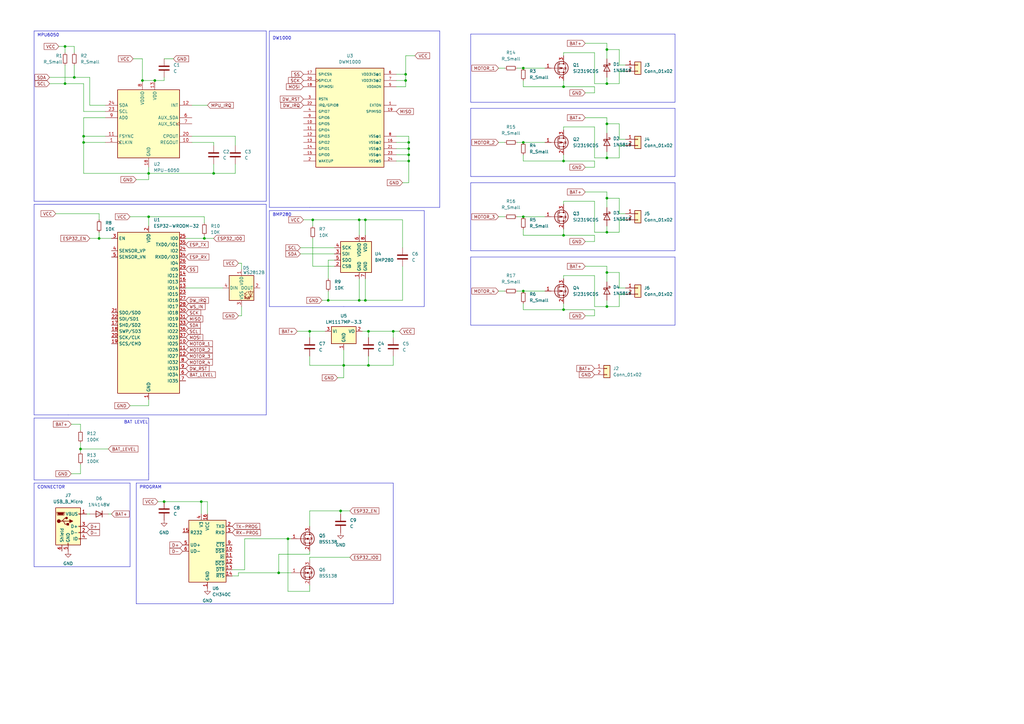
<source format=kicad_sch>
(kicad_sch (version 20231120) (generator "eeschema") (generator_version "8.0")
  (paper "A3")
  (junction (at 167.64 60.96))
  (junction (at 166.37 33.02))
  (junction (at 214.63 58.42))
  (junction (at 118.11 220.98))
  (junction (at 248.92 81.28))
  (junction (at 231.14 66.04))
  (junction (at 63.5 33.02))
  (junction (at 248.92 125.73))
  (junction (at 30.48 31.75))
  (junction (at 34.29 55.88))
  (junction (at 33.02 184.15))
  (junction (at 231.14 127))
  (junction (at 58.42 33.02))
  (junction (at 128.27 90.17))
  (junction (at 167.64 63.5))
  (junction (at 67.31 205.74))
  (junction (at 134.62 123.19))
  (junction (at 214.63 27.94))
  (junction (at 248.92 111.76))
  (junction (at 139.7 209.55))
  (junction (at 167.64 66.04))
  (junction (at 161.29 135.89))
  (junction (at 140.97 149.86))
  (junction (at 248.92 50.8))
  (junction (at 214.63 88.9))
  (junction (at 82.55 205.74))
  (junction (at 147.32 90.17))
  (junction (at 26.67 34.29))
  (junction (at 248.92 34.29))
  (junction (at 149.86 90.17))
  (junction (at 87.63 71.12))
  (junction (at 231.14 35.56))
  (junction (at 248.92 64.77))
  (junction (at 231.14 96.52))
  (junction (at 147.32 123.19))
  (junction (at 149.86 123.19))
  (junction (at 248.92 95.25))
  (junction (at 114.3 234.95))
  (junction (at 83.82 97.79))
  (junction (at 127 135.89))
  (junction (at 166.37 30.48))
  (junction (at 151.13 135.89))
  (junction (at 151.13 149.86))
  (junction (at 60.96 71.12))
  (junction (at 34.29 58.42))
  (junction (at 60.96 88.9))
  (junction (at 26.67 19.05))
  (junction (at 248.92 20.32))
  (junction (at 167.64 58.42))
  (junction (at 214.63 119.38))
  (junction (at 40.64 97.79))
  (wire (pts (xy 256.54 26.67) (xy 254 26.67)))
  (wire (pts (xy 67.31 205.74) (xy 82.55 205.74)))
  (wire (pts (xy 212.09 27.94) (xy 214.63 27.94)))
  (wire (pts (xy 248.92 24.13) (xy 248.92 20.32)))
  (wire (pts (xy 165.1 90.17) (xy 149.86 90.17)))
  (wire (pts (xy 149.86 123.19) (xy 147.32 123.19)))
  (wire (pts (xy 134.62 106.68) (xy 134.62 114.3)))
  (wire (pts (xy 231.14 35.56) (xy 243.84 35.56)))
  (wire (pts (xy 243.84 21.59) (xy 243.84 34.29)))
  (wire (pts (xy 162.56 58.42) (xy 167.64 58.42)))
  (wire (pts (xy 85.09 210.82) (xy 85.09 205.74)))
  (wire (pts (xy 33.02 184.15) (xy 44.45 184.15)))
  (wire (pts (xy 254 29.21) (xy 254 34.29)))
  (wire (pts (xy 34.29 58.42) (xy 43.18 58.42)))
  (wire (pts (xy 214.63 66.04) (xy 231.14 66.04)))
  (polyline (pts (xy 173.99 125.73) (xy 173.99 86.36)))
  (wire (pts (xy 134.62 123.19) (xy 147.32 123.19)))
  (wire (pts (xy 26.67 19.05) (xy 24.13 19.05)))
  (wire (pts (xy 97.79 107.95) (xy 99.06 107.95)))
  (polyline (pts (xy 53.34 232.41) (xy 53.34 198.12)))
  (polyline (pts (xy 193.04 13.97) (xy 193.04 41.91)))
  (polyline (pts (xy 276.86 41.91) (xy 276.86 13.97)))
  (wire (pts (xy 128.27 90.17) (xy 128.27 92.71)))
  (wire (pts (xy 127 146.05) (xy 127 149.86)))
  (wire (pts (xy 40.64 90.17) (xy 40.64 87.63)))
  (polyline (pts (xy 27.94 170.18) (xy 109.22 170.18)))
  (wire (pts (xy 240.03 99.06) (xy 243.84 99.06)))
  (wire (pts (xy 248.92 125.73) (xy 254 125.73)))
  (wire (pts (xy 162.56 66.04) (xy 167.64 66.04)))
  (wire (pts (xy 63.5 33.02) (xy 67.31 33.02)))
  (wire (pts (xy 26.67 21.59) (xy 26.67 19.05)))
  (wire (pts (xy 138.43 154.94) (xy 140.97 154.94)))
  (wire (pts (xy 204.47 27.94) (xy 207.01 27.94)))
  (wire (pts (xy 166.37 22.86) (xy 170.18 22.86)))
  (wire (pts (xy 162.56 33.02) (xy 166.37 33.02)))
  (wire (pts (xy 248.92 85.09) (xy 248.92 81.28)))
  (wire (pts (xy 139.7 209.55) (xy 143.51 209.55)))
  (polyline (pts (xy 140.97 125.73) (xy 173.99 125.73)))
  (wire (pts (xy 248.92 50.8) (xy 254 50.8)))
  (wire (pts (xy 67.31 24.13) (xy 71.12 24.13)))
  (wire (pts (xy 162.56 30.48) (xy 166.37 30.48)))
  (wire (pts (xy 248.92 115.57) (xy 248.92 111.76)))
  (wire (pts (xy 151.13 146.05) (xy 151.13 149.86)))
  (polyline (pts (xy 276.86 44.45) (xy 193.04 44.45)))
  (wire (pts (xy 248.92 31.75) (xy 248.92 34.29)))
  (polyline (pts (xy 193.04 105.41) (xy 193.04 133.35)))
  (wire (pts (xy 165.1 123.19) (xy 149.86 123.19)))
  (wire (pts (xy 96.52 55.88) (xy 96.52 59.69)))
  (wire (pts (xy 231.14 93.98) (xy 231.14 96.52)))
  (wire (pts (xy 36.83 43.18) (xy 36.83 31.75)))
  (wire (pts (xy 248.92 111.76) (xy 248.92 109.22)))
  (wire (pts (xy 60.96 88.9) (xy 83.82 88.9)))
  (wire (pts (xy 140.97 149.86) (xy 151.13 149.86)))
  (wire (pts (xy 165.1 109.22) (xy 165.1 123.19)))
  (polyline (pts (xy 276.86 13.97) (xy 193.04 13.97)))
  (wire (pts (xy 132.08 123.19) (xy 134.62 123.19)))
  (polyline (pts (xy 276.86 72.39) (xy 276.86 44.45)))
  (wire (pts (xy 147.32 90.17) (xy 149.86 90.17)))
  (wire (pts (xy 248.92 81.28) (xy 248.92 78.74)))
  (wire (pts (xy 96.52 67.31) (xy 96.52 71.12)))
  (wire (pts (xy 134.62 119.38) (xy 134.62 123.19)))
  (wire (pts (xy 254 59.69) (xy 254 64.77)))
  (wire (pts (xy 248.92 64.77) (xy 254 64.77)))
  (wire (pts (xy 166.37 35.56) (xy 166.37 33.02)))
  (wire (pts (xy 248.92 95.25) (xy 254 95.25)))
  (wire (pts (xy 212.09 119.38) (xy 214.63 119.38)))
  (wire (pts (xy 254 26.67) (xy 254 20.32)))
  (wire (pts (xy 231.14 127) (xy 243.84 127)))
  (wire (pts (xy 83.82 97.79) (xy 87.63 97.79)))
  (wire (pts (xy 127 215.9) (xy 127 209.55)))
  (wire (pts (xy 97.79 234.95) (xy 114.3 234.95)))
  (polyline (pts (xy 60.96 171.45) (xy 13.97 171.45)))
  (wire (pts (xy 204.47 88.9) (xy 207.01 88.9)))
  (polyline (pts (xy 193.04 133.35) (xy 276.86 133.35)))
  (wire (pts (xy 34.29 45.72) (xy 34.29 34.29)))
  (wire (pts (xy 78.74 55.88) (xy 96.52 55.88)))
  (wire (pts (xy 54.61 24.13) (xy 58.42 24.13)))
  (polyline (pts (xy 13.97 196.85) (xy 60.96 196.85)))
  (wire (pts (xy 149.86 96.52) (xy 149.86 90.17)))
  (wire (pts (xy 118.11 220.98) (xy 119.38 220.98)))
  (wire (pts (xy 60.96 92.71) (xy 60.96 88.9)))
  (wire (pts (xy 119.38 234.95) (xy 114.3 234.95)))
  (wire (pts (xy 214.63 88.9) (xy 223.52 88.9)))
  (wire (pts (xy 58.42 33.02) (xy 63.5 33.02)))
  (wire (pts (xy 214.63 127) (xy 231.14 127)))
  (wire (pts (xy 162.56 63.5) (xy 167.64 63.5)))
  (wire (pts (xy 243.84 52.07) (xy 243.84 64.77)))
  (wire (pts (xy 99.06 110.49) (xy 99.06 107.95)))
  (wire (pts (xy 256.54 29.21) (xy 254 29.21)))
  (wire (pts (xy 214.63 96.52) (xy 231.14 96.52)))
  (wire (pts (xy 151.13 135.89) (xy 148.59 135.89)))
  (polyline (pts (xy 276.86 133.35) (xy 276.86 105.41)))
  (wire (pts (xy 67.31 33.02) (xy 67.31 31.75)))
  (wire (pts (xy 204.47 58.42) (xy 207.01 58.42)))
  (wire (pts (xy 231.14 22.86) (xy 231.14 21.59)))
  (wire (pts (xy 20.32 31.75) (xy 30.48 31.75)))
  (wire (pts (xy 82.55 210.82) (xy 82.55 205.74)))
  (polyline (pts (xy 55.88 198.12) (xy 55.88 247.65)))
  (polyline (pts (xy 55.88 247.65) (xy 161.29 247.65)))
  (wire (pts (xy 248.92 50.8) (xy 248.92 48.26)))
  (wire (pts (xy 85.09 205.74) (xy 82.55 205.74)))
  (wire (pts (xy 137.16 109.22) (xy 128.27 109.22)))
  (wire (pts (xy 248.92 92.71) (xy 248.92 95.25)))
  (polyline (pts (xy 109.22 83.82) (xy 13.97 83.82)))
  (wire (pts (xy 34.29 55.88) (xy 34.29 58.42)))
  (wire (pts (xy 167.64 66.04) (xy 167.64 74.93)))
  (polyline (pts (xy 193.04 44.45) (xy 193.04 72.39)))
  (wire (pts (xy 248.92 111.76) (xy 254 111.76)))
  (wire (pts (xy 231.14 96.52) (xy 243.84 96.52)))
  (polyline (pts (xy 110.49 125.73) (xy 140.97 125.73)))
  (wire (pts (xy 231.14 113.03) (xy 243.84 113.03)))
  (wire (pts (xy 53.34 166.37) (xy 60.96 166.37)))
  (polyline (pts (xy 20.32 82.55) (xy 109.22 82.55)))
  (polyline (pts (xy 161.29 247.65) (xy 161.29 198.12)))
  (wire (pts (xy 248.92 123.19) (xy 248.92 125.73)))
  (wire (pts (xy 243.84 66.04) (xy 243.84 68.58)))
  (wire (pts (xy 43.18 43.18) (xy 36.83 43.18)))
  (wire (pts (xy 256.54 120.65) (xy 254 120.65)))
  (wire (pts (xy 33.02 184.15) (xy 33.02 185.42)))
  (wire (pts (xy 30.48 19.05) (xy 26.67 19.05)))
  (wire (pts (xy 254 57.15) (xy 254 50.8)))
  (wire (pts (xy 243.84 125.73) (xy 248.92 125.73)))
  (wire (pts (xy 87.63 67.31) (xy 87.63 71.12)))
  (wire (pts (xy 162.56 60.96) (xy 167.64 60.96)))
  (polyline (pts (xy 13.97 170.18) (xy 27.94 170.18)))
  (wire (pts (xy 254 118.11) (xy 254 111.76)))
  (wire (pts (xy 64.77 205.74) (xy 67.31 205.74)))
  (polyline (pts (xy 173.99 86.36) (xy 110.49 86.36)))
  (wire (pts (xy 254 120.65) (xy 254 125.73)))
  (wire (pts (xy 240.03 68.58) (xy 243.84 68.58)))
  (wire (pts (xy 139.7 209.55) (xy 139.7 210.82)))
  (wire (pts (xy 83.82 96.52) (xy 83.82 97.79)))
  (wire (pts (xy 127 149.86) (xy 140.97 149.86)))
  (wire (pts (xy 167.64 63.5) (xy 167.64 66.04)))
  (wire (pts (xy 26.67 34.29) (xy 34.29 34.29)))
  (polyline (pts (xy 13.97 232.41) (xy 53.34 232.41)))
  (wire (pts (xy 137.16 106.68) (xy 134.62 106.68)))
  (wire (pts (xy 30.48 21.59) (xy 30.48 19.05)))
  (wire (pts (xy 243.84 64.77) (xy 248.92 64.77)))
  (wire (pts (xy 204.47 119.38) (xy 207.01 119.38)))
  (wire (pts (xy 243.84 82.55) (xy 243.84 95.25)))
  (wire (pts (xy 231.14 33.02) (xy 231.14 35.56)))
  (wire (pts (xy 127 242.57) (xy 118.11 242.57)))
  (polyline (pts (xy 193.04 102.87) (xy 276.86 102.87)))
  (polyline (pts (xy 109.22 170.18) (xy 109.22 83.82)))
  (wire (pts (xy 248.92 54.61) (xy 248.92 50.8)))
  (wire (pts (xy 149.86 114.3) (xy 149.86 123.19)))
  (wire (pts (xy 43.18 45.72) (xy 34.29 45.72)))
  (wire (pts (xy 151.13 138.43) (xy 151.13 135.89)))
  (wire (pts (xy 43.18 48.26) (xy 34.29 48.26)))
  (wire (pts (xy 53.34 88.9) (xy 60.96 88.9)))
  (wire (pts (xy 254 87.63) (xy 254 81.28)))
  (wire (pts (xy 87.63 71.12) (xy 60.96 71.12)))
  (polyline (pts (xy 180.34 12.7) (xy 110.49 12.7)))
  (polyline (pts (xy 110.49 85.09) (xy 127 85.09)))
  (polyline (pts (xy 13.97 12.7) (xy 13.97 82.55)))
  (wire (pts (xy 76.2 97.79) (xy 83.82 97.79)))
  (wire (pts (xy 29.21 194.31) (xy 33.02 194.31)))
  (wire (pts (xy 231.14 83.82) (xy 231.14 82.55)))
  (wire (pts (xy 121.92 135.89) (xy 127 135.89)))
  (wire (pts (xy 128.27 109.22) (xy 128.27 97.79)))
  (wire (pts (xy 33.02 176.53) (xy 33.02 173.99)))
  (wire (pts (xy 256.54 87.63) (xy 254 87.63)))
  (wire (pts (xy 162.56 35.56) (xy 166.37 35.56)))
  (polyline (pts (xy 193.04 74.93) (xy 193.04 102.87)))
  (wire (pts (xy 34.29 48.26) (xy 34.29 55.88)))
  (wire (pts (xy 231.14 114.3) (xy 231.14 113.03)))
  (wire (pts (xy 40.64 97.79) (xy 45.72 97.79)))
  (wire (pts (xy 248.92 109.22) (xy 240.03 109.22)))
  (wire (pts (xy 55.88 73.66) (xy 60.96 73.66)))
  (polyline (pts (xy 109.22 82.55) (xy 109.22 12.7)))
  (wire (pts (xy 118.11 242.57) (xy 118.11 220.98)))
  (polyline (pts (xy 109.22 12.7) (xy 13.97 12.7)))
  (wire (pts (xy 167.64 60.96) (xy 167.64 63.5)))
  (wire (pts (xy 128.27 90.17) (xy 147.32 90.17)))
  (wire (pts (xy 76.2 118.11) (xy 91.44 118.11)))
  (wire (pts (xy 214.63 33.02) (xy 214.63 35.56)))
  (wire (pts (xy 214.63 124.46) (xy 214.63 127)))
  (wire (pts (xy 34.29 55.88) (xy 43.18 55.88)))
  (wire (pts (xy 20.32 34.29) (xy 26.67 34.29)))
  (wire (pts (xy 114.3 227.33) (xy 114.3 234.95)))
  (wire (pts (xy 96.52 71.12) (xy 87.63 71.12)))
  (wire (pts (xy 243.84 113.03) (xy 243.84 125.73)))
  (polyline (pts (xy 193.04 41.91) (xy 276.86 41.91)))
  (wire (pts (xy 214.63 35.56) (xy 231.14 35.56)))
  (wire (pts (xy 95.25 233.68) (xy 100.33 233.68)))
  (polyline (pts (xy 60.96 194.31) (xy 60.96 196.85)))
  (polyline (pts (xy 13.97 171.45) (xy 13.97 196.85)))
  (polyline (pts (xy 276.86 105.41) (xy 193.04 105.41)))
  (wire (pts (xy 231.14 21.59) (xy 243.84 21.59)))
  (wire (pts (xy 248.92 20.32) (xy 248.92 17.78)))
  (wire (pts (xy 78.74 43.18) (xy 85.09 43.18)))
  (wire (pts (xy 166.37 33.02) (xy 166.37 30.48)))
  (wire (pts (xy 35.56 210.82) (xy 36.83 210.82)))
  (wire (pts (xy 165.1 101.6) (xy 165.1 90.17)))
  (wire (pts (xy 248.92 34.29) (xy 254 34.29)))
  (wire (pts (xy 33.02 190.5) (xy 33.02 194.31)))
  (wire (pts (xy 97.79 236.22) (xy 97.79 234.95)))
  (wire (pts (xy 127 228.6) (xy 143.51 228.6)))
  (polyline (pts (xy 193.04 72.39) (xy 276.86 72.39)))
  (wire (pts (xy 44.45 210.82) (xy 45.72 210.82)))
  (wire (pts (xy 214.63 93.98) (xy 214.63 96.52)))
  (wire (pts (xy 147.32 114.3) (xy 147.32 123.19)))
  (wire (pts (xy 60.96 71.12) (xy 60.96 73.66)))
  (polyline (pts (xy 110.49 86.36) (xy 110.49 125.73)))
  (wire (pts (xy 243.84 127) (xy 243.84 129.54)))
  (wire (pts (xy 34.29 71.12) (xy 60.96 71.12)))
  (polyline (pts (xy 13.97 83.82) (xy 13.97 170.18)))
  (wire (pts (xy 151.13 149.86) (xy 161.29 149.86)))
  (wire (pts (xy 248.92 78.74) (xy 240.03 78.74)))
  (polyline (pts (xy 180.34 85.09) (xy 180.34 12.7)))
  (wire (pts (xy 256.54 118.11) (xy 254 118.11)))
  (wire (pts (xy 166.37 30.48) (xy 166.37 22.86)))
  (wire (pts (xy 60.96 68.58) (xy 60.96 71.12)))
  (wire (pts (xy 248.92 17.78) (xy 240.03 17.78)))
  (wire (pts (xy 214.63 63.5) (xy 214.63 66.04)))
  (wire (pts (xy 161.29 149.86) (xy 161.29 146.05)))
  (wire (pts (xy 123.19 104.14) (xy 137.16 104.14)))
  (wire (pts (xy 36.83 97.79) (xy 40.64 97.79)))
  (polyline (pts (xy 276.86 102.87) (xy 276.86 74.93)))
  (wire (pts (xy 95.25 236.22) (xy 97.79 236.22)))
  (wire (pts (xy 127 227.33) (xy 114.3 227.33)))
  (wire (pts (xy 167.64 58.42) (xy 167.64 60.96)))
  (wire (pts (xy 231.14 53.34) (xy 231.14 52.07)))
  (polyline (pts (xy 276.86 74.93) (xy 193.04 74.93)))
  (wire (pts (xy 22.86 87.63) (xy 40.64 87.63)))
  (wire (pts (xy 165.1 74.93) (xy 167.64 74.93)))
  (wire (pts (xy 162.56 55.88) (xy 167.64 55.88)))
  (wire (pts (xy 240.03 38.1) (xy 243.84 38.1)))
  (wire (pts (xy 243.84 95.25) (xy 248.92 95.25)))
  (wire (pts (xy 100.33 220.98) (xy 100.33 233.68)))
  (wire (pts (xy 30.48 26.67) (xy 30.48 31.75)))
  (wire (pts (xy 231.14 66.04) (xy 243.84 66.04)))
  (wire (pts (xy 167.64 55.88) (xy 167.64 58.42)))
  (wire (pts (xy 58.42 33.02) (xy 58.42 24.13)))
  (wire (pts (xy 127 135.89) (xy 133.35 135.89)))
  (wire (pts (xy 248.92 62.23) (xy 248.92 64.77)))
  (wire (pts (xy 26.67 26.67) (xy 26.67 34.29)))
  (wire (pts (xy 124.46 90.17) (xy 128.27 90.17)))
  (wire (pts (xy 212.09 58.42) (xy 214.63 58.42)))
  (wire (pts (xy 127 209.55) (xy 139.7 209.55)))
  (wire (pts (xy 87.63 58.42) (xy 87.63 59.69)))
  (polyline (pts (xy 127 85.09) (xy 180.34 85.09)))
  (wire (pts (xy 254 90.17) (xy 254 95.25)))
  (polyline (pts (xy 110.49 12.7) (xy 110.49 85.09)))
  (wire (pts (xy 243.84 35.56) (xy 243.84 38.1)))
  (wire (pts (xy 127 240.03) (xy 127 242.57)))
  (wire (pts (xy 243.84 34.29) (xy 248.92 34.29)))
  (wire (pts (xy 151.13 135.89) (xy 161.29 135.89)))
  (polyline (pts (xy 161.29 198.12) (xy 55.88 198.12)))
  (polyline (pts (xy 13.97 198.12) (xy 13.97 232.41)))
  (wire (pts (xy 231.14 63.5) (xy 231.14 66.04)))
  (wire (pts (xy 33.02 181.61) (xy 33.02 184.15)))
  (wire (pts (xy 100.33 220.98) (xy 118.11 220.98)))
  (wire (pts (xy 140.97 143.51) (xy 140.97 149.86)))
  (wire (pts (xy 214.63 27.94) (xy 223.52 27.94)))
  (wire (pts (xy 161.29 135.89) (xy 163.83 135.89)))
  (polyline (pts (xy 60.96 194.31) (xy 60.96 171.45)))
  (wire (pts (xy 212.09 88.9) (xy 214.63 88.9)))
  (wire (pts (xy 243.84 96.52) (xy 243.84 99.06)))
  (wire (pts (xy 256.54 59.69) (xy 254 59.69)))
  (polyline (pts (xy 53.34 198.12) (xy 13.97 198.12)))
  (wire (pts (xy 127 226.06) (xy 127 227.33)))
  (wire (pts (xy 231.14 82.55) (xy 243.84 82.55)))
  (wire (pts (xy 29.21 173.99) (xy 33.02 173.99)))
  (wire (pts (xy 97.79 129.54) (xy 99.06 129.54)))
  (wire (pts (xy 214.63 119.38) (xy 223.52 119.38)))
  (wire (pts (xy 256.54 90.17) (xy 254 90.17)))
  (wire (pts (xy 40.64 95.25) (xy 40.64 97.79)))
  (wire (pts (xy 161.29 135.89) (xy 161.29 138.43)))
  (polyline (pts (xy 13.97 82.55) (xy 20.32 82.55)))
  (wire (pts (xy 127 229.87) (xy 127 228.6)))
  (wire (pts (xy 214.63 58.42) (xy 223.52 58.42)))
  (wire (pts (xy 147.32 90.17) (xy 147.32 96.52)))
  (wire (pts (xy 83.82 88.9) (xy 83.82 91.44)))
  (wire (pts (xy 231.14 124.46) (xy 231.14 127)))
  (wire (pts (xy 140.97 154.94) (xy 140.97 149.86)))
  (wire (pts (xy 127 135.89) (xy 127 138.43)))
  (wire (pts (xy 30.48 31.75) (xy 36.83 31.75)))
  (wire (pts (xy 99.06 125.73) (xy 99.06 129.54)))
  (wire (pts (xy 248.92 20.32) (xy 254 20.32)))
  (wire (pts (xy 231.14 52.07) (xy 243.84 52.07)))
  (wire (pts (xy 123.19 101.6) (xy 137.16 101.6)))
  (wire (pts (xy 78.74 58.42) (xy 87.63 58.42)))
  (wire (pts (xy 34.29 58.42) (xy 34.29 71.12)))
  (wire (pts (xy 248.92 48.26) (xy 240.03 48.26)))
  (wire (pts (xy 240.03 129.54) (xy 243.84 129.54)))
  (wire (pts (xy 256.54 57.15) (xy 254 57.15)))
  (wire (pts (xy 248.92 81.28) (xy 254 81.28)))
  (wire (pts (xy 60.96 163.83) (xy 60.96 166.37)))
  (text "PROGRAM" (at 57.15 200.66 0) (effects (font (size 1.27 1.27)) (justify left bottom)))
  (text "CONNECTOR" (at 15.24 200.66 0) (effects (font (size 1.27 1.27)) (justify left bottom)))
  (text "BMP280\n" (at 111.76 88.9 0) (effects (font (size 1.27 1.27)) (justify left bottom)))
  (text "BAT LEVEL" (at 50.8 173.99 0) (effects (font (size 1.27 1.27)) (justify left bottom)))
  (text "DW1000\n" (at 111.76 16.51 0) (effects (font (size 1.27 1.27)) (justify left bottom)))
  (text "MPU6050\n" (at 15.24 15.24 0) (effects (font (size 1.27 1.27)) (justify left bottom)))
  (global_label "GND" (shape input) (at 29.21 194.31 180) (property "Intersheetrefs" "${INTERSHEET_REFS}" (effects (hide yes))))
  (global_label "MOTOR_1" (shape input) (at 76.2 140.97 0) (property "Intersheetrefs" "${INTERSHEET_REFS}" (effects (hide yes))))
  (global_label "DW_IRQ" (shape input) (at 76.2 123.19 0) (property "Intersheetrefs" "${INTERSHEET_REFS}" (effects (hide yes))))
  (global_label "MOTOR_3" (shape input) (at 76.2 146.05 0) (property "Intersheetrefs" "${INTERSHEET_REFS}" (effects (hide yes))))
  (global_label "VCC" (shape input) (at 97.79 107.95 180) (property "Intersheetrefs" "${INTERSHEET_REFS}" (effects (hide yes))))
  (global_label "DW_IRQ" (shape input) (at 124.46 43.18 180) (property "Intersheetrefs" "${INTERSHEET_REFS}" (effects (hide yes))))
  (global_label "VCC" (shape input) (at 54.61 24.13 180) (property "Intersheetrefs" "${INTERSHEET_REFS}" (effects (hide yes))))
  (global_label "VCC" (shape input) (at 170.18 22.86 0) (property "Intersheetrefs" "${INTERSHEET_REFS}" (effects (hide yes))))
  (global_label "ESP32_EN" (shape input) (at 143.51 209.55 0) (property "Intersheetrefs" "${INTERSHEET_REFS}" (effects (hide yes))))
  (global_label "BAT_LEVEL" (shape input) (at 76.2 153.67 0) (property "Intersheetrefs" "${INTERSHEET_REFS}" (effects (hide yes))))
  (global_label "SCL" (shape input) (at 123.19 101.6 180) (property "Intersheetrefs" "${INTERSHEET_REFS}" (effects (hide yes))))
  (global_label "D-" (shape input) (at 35.56 218.44 0) (property "Intersheetrefs" "${INTERSHEET_REFS}" (effects (hide yes))))
  (global_label "ESP_TX" (shape input) (at 76.2 100.33 0) (property "Intersheetrefs" "${INTERSHEET_REFS}" (effects (hide yes))))
  (global_label "MOTOR_2" (shape input) (at 204.47 58.42 180) (property "Intersheetrefs" "${INTERSHEET_REFS}" (effects (hide yes))))
  (global_label "MOTOR_2" (shape input) (at 76.2 143.51 0) (property "Intersheetrefs" "${INTERSHEET_REFS}" (effects (hide yes))))
  (global_label "ESP32_EN" (shape input) (at 36.83 97.79 180) (property "Intersheetrefs" "${INTERSHEET_REFS}" (effects (hide yes))))
  (global_label "VCC" (shape input) (at 53.34 88.9 180) (property "Intersheetrefs" "${INTERSHEET_REFS}" (effects (hide yes))))
  (global_label "SDA" (shape input) (at 20.32 31.75 180) (property "Intersheetrefs" "${INTERSHEET_REFS}" (effects (hide yes))))
  (global_label "SCK" (shape input) (at 124.46 33.02 180) (property "Intersheetrefs" "${INTERSHEET_REFS}" (effects (hide yes))))
  (global_label "BAT+" (shape input) (at 240.03 109.22 180) (property "Intersheetrefs" "${INTERSHEET_REFS}" (effects (hide yes))))
  (global_label "MPU_IRQ" (shape input) (at 85.09 43.18 0) (property "Intersheetrefs" "${INTERSHEET_REFS}" (effects (hide yes))))
  (global_label "MISO" (shape input) (at 76.2 130.81 0) (property "Intersheetrefs" "${INTERSHEET_REFS}" (effects (hide yes))))
  (global_label "GND" (shape input) (at 165.1 74.93 180) (property "Intersheetrefs" "${INTERSHEET_REFS}" (effects (hide yes))))
  (global_label "GND" (shape input) (at 240.03 68.58 180) (property "Intersheetrefs" "${INTERSHEET_REFS}" (effects (hide yes))))
  (global_label "VCC" (shape input) (at 64.77 205.74 180) (property "Intersheetrefs" "${INTERSHEET_REFS}" (effects (hide yes))))
  (global_label "SCK" (shape input) (at 76.2 128.27 0) (property "Intersheetrefs" "${INTERSHEET_REFS}" (effects (hide yes))))
  (global_label "GND" (shape input) (at 243.84 153.67 180) (property "Intersheetrefs" "${INTERSHEET_REFS}" (effects (hide yes))))
  (global_label "D+" (shape input) (at 74.93 223.52 180) (property "Intersheetrefs" "${INTERSHEET_REFS}" (effects (hide yes))))
  (global_label "BAT_LEVEL" (shape input) (at 44.45 184.15 0) (property "Intersheetrefs" "${INTERSHEET_REFS}" (effects (hide yes))))
  (global_label "MOSI" (shape input) (at 124.46 35.56 180) (property "Intersheetrefs" "${INTERSHEET_REFS}" (effects (hide yes))))
  (global_label "DW_RST" (shape input) (at 124.46 40.64 180) (property "Intersheetrefs" "${INTERSHEET_REFS}" (effects (hide yes))))
  (global_label "BAT+" (shape input) (at 240.03 17.78 180) (property "Intersheetrefs" "${INTERSHEET_REFS}" (effects (hide yes))))
  (global_label "BAT+" (shape input) (at 121.92 135.89 180) (property "Intersheetrefs" "${INTERSHEET_REFS}" (effects (hide yes))))
  (global_label "VCC" (shape input) (at 124.46 90.17 180) (property "Intersheetrefs" "${INTERSHEET_REFS}" (effects (hide yes))))
  (global_label "GND" (shape input) (at 138.43 154.94 180) (property "Intersheetrefs" "${INTERSHEET_REFS}" (effects (hide yes))))
  (global_label "BAT+" (shape input) (at 45.72 210.82 0) (property "Intersheetrefs" "${INTERSHEET_REFS}" (effects (hide yes))))
  (global_label "RX-PROG" (shape input) (at 95.25 218.44 0) (property "Intersheetrefs" "${INTERSHEET_REFS}" (effects (hide yes))))
  (global_label "DW_RST" (shape input) (at 76.2 151.13 0) (property "Intersheetrefs" "${INTERSHEET_REFS}" (effects (hide yes))))
  (global_label "SS" (shape input) (at 124.46 30.48 180) (property "Intersheetrefs" "${INTERSHEET_REFS}" (effects (hide yes))))
  (global_label "MISO" (shape input) (at 162.56 45.72 0) (property "Intersheetrefs" "${INTERSHEET_REFS}" (effects (hide yes))))
  (global_label "D-" (shape input) (at 74.93 226.06 180) (property "Intersheetrefs" "${INTERSHEET_REFS}" (effects (hide yes))))
  (global_label "GND" (shape input) (at 97.79 129.54 180) (property "Intersheetrefs" "${INTERSHEET_REFS}" (effects (hide yes))))
  (global_label "BAT+" (shape input) (at 29.21 173.99 180) (property "Intersheetrefs" "${INTERSHEET_REFS}" (effects (hide yes))))
  (global_label "VCC" (shape input) (at 22.86 87.63 180) (property "Intersheetrefs" "${INTERSHEET_REFS}" (effects (hide yes))))
  (global_label "ESP32_IO0" (shape input) (at 87.63 97.79 0) (property "Intersheetrefs" "${INTERSHEET_REFS}" (effects (hide yes))))
  (global_label "VCC" (shape input) (at 24.13 19.05 180) (property "Intersheetrefs" "${INTERSHEET_REFS}" (effects (hide yes))))
  (global_label "ESP32_IO0" (shape input) (at 143.51 228.6 0) (property "Intersheetrefs" "${INTERSHEET_REFS}" (effects (hide yes))))
  (global_label "VCC" (shape input) (at 163.83 135.89 0) (property "Intersheetrefs" "${INTERSHEET_REFS}" (effects (hide yes))))
  (global_label "GND" (shape input) (at 71.12 24.13 0) (property "Intersheetrefs" "${INTERSHEET_REFS}" (effects (hide yes))))
  (global_label "BAT+" (shape input) (at 240.03 78.74 180) (property "Intersheetrefs" "${INTERSHEET_REFS}" (effects (hide yes))))
  (global_label "GND" (shape input) (at 240.03 99.06 180) (property "Intersheetrefs" "${INTERSHEET_REFS}" (effects (hide yes))))
  (global_label "MOTOR_4" (shape input) (at 76.2 148.59 0) (property "Intersheetrefs" "${INTERSHEET_REFS}" (effects (hide yes))))
  (global_label "MOTOR_4" (shape input) (at 204.47 119.38 180) (property "Intersheetrefs" "${INTERSHEET_REFS}" (effects (hide yes))))
  (global_label "GND" (shape input) (at 240.03 129.54 180) (property "Intersheetrefs" "${INTERSHEET_REFS}" (effects (hide yes))))
  (global_label "MOTOR_1" (shape input) (at 204.47 27.94 180) (property "Intersheetrefs" "${INTERSHEET_REFS}" (effects (hide yes))))
  (global_label "SS" (shape input) (at 76.2 110.49 0) (property "Intersheetrefs" "${INTERSHEET_REFS}" (effects (hide yes))))
  (global_label "GND" (shape input) (at 53.34 166.37 180) (property "Intersheetrefs" "${INTERSHEET_REFS}" (effects (hide yes))))
  (global_label "TX-PROG" (shape input) (at 95.25 215.9 0) (property "Intersheetrefs" "${INTERSHEET_REFS}" (effects (hide yes))))
  (global_label "SDA" (shape input) (at 76.2 133.35 0) (property "Intersheetrefs" "${INTERSHEET_REFS}" (effects (hide yes))))
  (global_label "BAT+" (shape input) (at 243.84 151.13 180) (property "Intersheetrefs" "${INTERSHEET_REFS}" (effects (hide yes))))
  (global_label "BAT+" (shape input) (at 240.03 48.26 180) (property "Intersheetrefs" "${INTERSHEET_REFS}" (effects (hide yes))))
  (global_label "SCL" (shape input) (at 20.32 34.29 180) (property "Intersheetrefs" "${INTERSHEET_REFS}" (effects (hide yes))))
  (global_label "ESP_RX" (shape input) (at 76.2 105.41 0) (property "Intersheetrefs" "${INTERSHEET_REFS}" (effects (hide yes))))
  (global_label "MOSI" (shape input) (at 76.2 138.43 0) (property "Intersheetrefs" "${INTERSHEET_REFS}" (effects (hide yes))))
  (global_label "GND" (shape input) (at 240.03 38.1 180) (property "Intersheetrefs" "${INTERSHEET_REFS}" (effects (hide yes))))
  (global_label "D+" (shape input) (at 35.56 215.9 0) (property "Intersheetrefs" "${INTERSHEET_REFS}" (effects (hide yes))))
  (global_label "MOTOR_3" (shape input) (at 204.47 88.9 180) (property "Intersheetrefs" "${INTERSHEET_REFS}" (effects (hide yes))))
  (global_label "WS_IN" (shape input) (at 76.2 125.73 0) (property "Intersheetrefs" "${INTERSHEET_REFS}" (effects (hide yes))))
  (global_label "SDA" (shape input) (at 123.19 104.14 180) (property "Intersheetrefs" "${INTERSHEET_REFS}" (effects (hide yes))))
  (global_label "SCL" (shape input) (at 76.2 135.89 0) (property "Intersheetrefs" "${INTERSHEET_REFS}" (effects (hide yes))))
  (global_label "GND" (shape input) (at 132.08 123.19 180) (property "Intersheetrefs" "${INTERSHEET_REFS}" (effects (hide yes))))
  (global_label "GND" (shape input) (at 55.88 73.66 180) (property "Intersheetrefs" "${INTERSHEET_REFS}" (effects (hide yes))))
  (symbol (lib_id "power:GND") (at 139.7 218.44 0) (unit 1)
    (property "Reference" "#PWR06" (effects (hide yes)))
    (property "Value" "GND" (at 139.7 223.52 0))
  )
  (symbol (lib_id "Device:R_Small") (at 83.82 93.98 0) (unit 1)
    (property "Reference" "R10" (at 86.36 92.7099 0) (effects (justify left)))
    (property "Value" "10K" (at 86.36 95.2499 0) (effects (justify left)))
    (property "Footprint" "Resistor_SMD:R_0603_1608Metric" (effects (hide yes)))
  )
  (symbol (lib_id "Connector_Generic:Conn_01x02") (at 261.62 87.63 0) (unit 1)
    (property "Reference" "J5" (at 264.16 87.6299 0) (effects (justify left)))
    (property "Value" "Conn_01x02" (at 264.16 90.1699 0) (effects (justify left)))
    (property "Footprint" "Connector_PinHeader_2.54mm:PinHeader_1x02_P2.54mm_Vertical" (effects (hide yes)))
  )
  (symbol (lib_id "DWM1000:DWM1000") (at 142.24 48.26 0) (unit 1)
    (property "Reference" "U3" (at 143.51 22.86 0))
    (property "Value" "DWM1000" (at 143.51 25.4 0))
    (property "Footprint" "RF_Module:DWM1000" (effects (hide yes)))
    (property "MANUFACTURER" "Decawave" (effects (hide yes)))
  )
  (symbol (lib_id "Connector:USB_B_Micro") (at 27.94 215.9 0) (unit 1)
    (property "Reference" "J7" (at 27.94 203.2 0))
    (property "Value" "USB_B_Micro" (at 27.94 205.74 0))
    (property "Footprint" "Connector_USB:USB_Micro-B_Amphenol_10118194_Horizontal" (effects (hide yes)))
    (property "Description" "USB Micro Type B connector" (effects (hide yes)))
  )
  (symbol (lib_id "Device:C") (at 67.31 209.55 0) (unit 1)
    (property "Reference" "C8" (at 71.12 208.2799 0) (effects (justify left)))
    (property "Value" "C" (at 71.12 210.8199 0) (effects (justify left)))
    (property "Footprint" "Capacitor_SMD:C_0603_1608Metric" (effects (hide yes)))
  )
  (symbol (lib_id "Connector_Generic:Conn_01x02") (at 248.92 151.13 0) (unit 1)
    (property "Reference" "J2" (at 251.46 151.1299 0) (effects (justify left)))
    (property "Value" "Conn_01x02" (at 251.46 153.6699 0) (effects (justify left)))
    (property "Footprint" "Connector_AMASS:AMASS_XT30U-F_1x02_P5.0mm_Vertical" (effects (hide yes)))
  )
  (symbol (lib_id "Device:C") (at 161.29 142.24 0) (unit 1)
    (property "Reference" "C5" (at 165.1 140.9699 0) (effects (justify left)))
    (property "Value" "C" (at 165.1 143.5099 0) (effects (justify left)))
    (property "Footprint" "Capacitor_SMD:C_0603_1608Metric" (effects (hide yes)))
  )
  (symbol (lib_id "Diode:1N4148W") (at 40.64 210.82 180) (unit 1)
    (property "Reference" "D6" (at 40.64 204.47 0))
    (property "Value" "1N4148W" (at 40.64 207.01 0))
    (property "Footprint" "Diode_SMD:D_SOD-123" (effects (hide yes)))
    (property "Datasheet" "https://www.vishay.com/docs/85748/1n4148w.pdf" (effects (hide yes)))
    (property "Description" "75V 0.15A Fast Switching Diode, SOD-123" (effects (hide yes)))
    (property "Sim.Device" "D" (effects (hide yes)))
    (property "Sim.Pins" "1=K 2=A" (effects (hide yes)))
  )
  (symbol (lib_id "Device:R_Small") (at 128.27 95.25 0) (unit 1)
    (property "Reference" "R7" (at 130.81 93.9799 0) (effects (justify left)))
    (property "Value" "10K" (at 130.81 96.5199 0) (effects (justify left)))
    (property "Footprint" "Resistor_SMD:R_0603_1608Metric" (effects (hide yes)))
  )
  (symbol (lib_id "Device:C") (at 151.13 142.24 0) (unit 1)
    (property "Reference" "C4" (at 154.94 140.9699 0) (effects (justify left)))
    (property "Value" "C" (at 154.94 143.5099 0) (effects (justify left)))
    (property "Footprint" "Capacitor_SMD:C_0603_1608Metric" (effects (hide yes)))
  )
  (symbol (lib_id "Device:R_Small") (at 214.63 60.96 0) (unit 1)
    (property "Reference" "R4" (at 217.17 59.6899 0) (effects (justify left)))
    (property "Value" "R_Small" (at 217.17 62.2299 0) (effects (justify left)))
    (property "Footprint" "Resistor_SMD:R_0603_1608Metric" (effects (hide yes)))
  )
  (symbol (lib_id "Device:R_Small") (at 26.67 24.13 0) (unit 1)
    (property "Reference" "R1" (at 22.86 22.86 0) (effects (justify left)))
    (property "Value" "R_Small" (at 17.78 25.4 0) (effects (justify left)))
    (property "Footprint" "Resistor_SMD:R_0603_1608Metric" (effects (hide yes)))
  )
  (symbol (lib_id "Connector_Generic:Conn_01x02") (at 261.62 26.67 0) (unit 1)
    (property "Reference" "J3" (at 264.16 26.6699 0) (effects (justify left)))
    (property "Value" "Conn_01x02" (at 264.16 29.2099 0) (effects (justify left)))
    (property "Footprint" "Connector_PinHeader_2.54mm:PinHeader_1x02_P2.54mm_Vertical" (effects (hide yes)))
  )
  (symbol (lib_id "Connector_Generic:Conn_01x02") (at 261.62 57.15 0) (unit 1)
    (property "Reference" "J4" (at 264.16 57.1499 0) (effects (justify left)))
    (property "Value" "Conn_01x02" (at 264.16 59.6899 0) (effects (justify left)))
    (property "Footprint" "Connector_PinHeader_2.54mm:PinHeader_1x02_P2.54mm_Vertical" (effects (hide yes)))
  )
  (symbol (lib_id "Device:C") (at 139.7 214.63 0) (unit 1)
    (property "Reference" "C9" (at 143.51 213.3599 0) (effects (justify left)))
    (property "Value" "C" (at 143.51 215.8999 0) (effects (justify left)))
    (property "Footprint" "Capacitor_SMD:C_0603_1608Metric" (effects (hide yes)))
  )
  (symbol (lib_id "Device:R_Small") (at 214.63 91.44 0) (unit 1)
    (property "Reference" "R5" (at 217.17 90.1699 0) (effects (justify left)))
    (property "Value" "R_Small" (at 217.17 92.7099 0) (effects (justify left)))
    (property "Footprint" "Resistor_SMD:R_0603_1608Metric" (effects (hide yes)))
  )
  (symbol (lib_id "Diode:1N5819") (at 248.92 119.38 270) (unit 1)
    (property "Reference" "D4" (at 251.46 117.7924 90) (effects (justify left)))
    (property "Value" "1N5819" (at 251.46 120.3324 90) (effects (justify left)))
    (property "Footprint" "Diode_THT:D_DO-41_SOD81_P10.16mm_Horizontal" (effects (hide yes)))
    (property "Datasheet" "http://www.vishay.com/docs/88525/1n5817.pdf" (effects (hide yes)))
  )
  (symbol (lib_id "Sensor_Pressure:BMP280") (at 147.32 106.68 0) (unit 1)
    (property "Reference" "U4" (at 153.67 104.1399 0) (effects (justify left)))
    (property "Value" "BMP280" (at 153.67 106.6799 0) (effects (justify left)))
    (property "Footprint" "Package_LGA:Bosch_LGA-8_2x2.5mm_P0.65mm_ClockwisePinNumbering" (effects (hide yes)))
    (property "Datasheet" "https://ae-bst.resource.bosch.com/media/_tech/media/datasheets/BST-BMP280-DS001.pdf" (effects (hide yes)))
  )
  (symbol (lib_id "Diode:1N5819") (at 248.92 88.9 270) (unit 1)
    (property "Reference" "D3" (at 251.46 87.3124 90) (effects (justify left)))
    (property "Value" "1N5819" (at 251.46 89.8524 90) (effects (justify left)))
    (property "Footprint" "Diode_THT:D_DO-41_SOD81_P10.16mm_Horizontal" (effects (hide yes)))
    (property "Datasheet" "http://www.vishay.com/docs/88525/1n5817.pdf" (effects (hide yes)))
  )
  (symbol (lib_id "Device:C") (at 165.1 105.41 0) (unit 1)
    (property "Reference" "C6" (at 168.91 104.1399 0) (effects (justify left)))
    (property "Value" "C" (at 168.91 106.6799 0) (effects (justify left)))
    (property "Footprint" "Capacitor_SMD:C_0603_1608Metric" (effects (hide yes)))
  )
  (symbol (lib_id "Device:R_Small") (at 209.55 119.38 90) (unit 1)
    (property "Reference" "R17" (at 209.55 113.03 90))
    (property "Value" "R_Small" (at 209.55 115.57 90))
    (property "Footprint" "Resistor_SMD:R_0603_1608Metric" (effects (hide yes)))
  )
  (symbol (lib_id "Device:R_Small") (at 33.02 179.07 0) (unit 1)
    (property "Reference" "R12" (at 35.56 177.7999 0) (effects (justify left)))
    (property "Value" "100K" (at 35.56 180.3399 0) (effects (justify left)))
    (property "Footprint" "Resistor_SMD:R_0603_1608Metric" (effects (hide yes)))
  )
  (symbol (lib_id "Connector_Generic:Conn_01x02") (at 261.62 118.11 0) (unit 1)
    (property "Reference" "J6" (at 264.16 118.1099 0) (effects (justify left)))
    (property "Value" "Conn_01x02" (at 264.16 120.6499 0) (effects (justify left)))
    (property "Footprint" "Connector_PinHeader_2.54mm:PinHeader_1x02_P2.54mm_Vertical" (effects (hide yes)))
  )
  (symbol (lib_id "Transistor_FET:Si2319CDS") (at 228.6 88.9 0) (unit 1)
    (property "Reference" "Q3" (at 234.95 87.6299 0) (effects (justify left)))
    (property "Value" "Si2319CDS" (at 234.95 90.1699 0) (effects (justify left)))
    (property "Footprint" "Package_TO_SOT_SMD:SOT-23" (effects (hide yes)))
    (property "Datasheet" "http://www.vishay.com/docs/66709/si2319cd.pdf" (effects (hide yes)))
  )
  (symbol (lib_id "Device:R_Small") (at 134.62 116.84 0) (unit 1)
    (property "Reference" "R9" (at 137.16 115.5699 0) (effects (justify left)))
    (property "Value" "10K" (at 137.16 118.1099 0) (effects (justify left)))
    (property "Footprint" "Resistor_SMD:R_0603_1608Metric" (effects (hide yes)))
  )
  (symbol (lib_id "power:GND") (at 67.31 213.36 0) (unit 1)
    (property "Reference" "#PWR04" (effects (hide yes)))
    (property "Value" "GND" (at 67.31 218.44 0))
  )
  (symbol (lib_id "Transistor_FET:Si2319CDS") (at 228.6 27.94 0) (unit 1)
    (property "Reference" "Q1" (at 234.95 26.6699 0) (effects (justify left)))
    (property "Value" "Si2319CDS" (at 234.95 29.2099 0) (effects (justify left)))
    (property "Footprint" "Package_TO_SOT_SMD:SOT-23" (effects (hide yes)))
    (property "Datasheet" "http://www.vishay.com/docs/66709/si2319cd.pdf" (effects (hide yes)))
  )
  (symbol (lib_id "Device:C") (at 127 142.24 0) (unit 1)
    (property "Reference" "C7" (at 130.81 140.9699 0) (effects (justify left)))
    (property "Value" "C" (at 130.81 143.5099 0) (effects (justify left)))
    (property "Footprint" "Capacitor_SMD:C_0603_1608Metric" (effects (hide yes)))
  )
  (symbol (lib_id "Device:R_Small") (at 40.64 92.71 0) (unit 1)
    (property "Reference" "R8" (at 43.18 91.4399 0) (effects (justify left)))
    (property "Value" "10K" (at 43.18 93.9799 0) (effects (justify left)))
    (property "Footprint" "Resistor_SMD:R_0603_1608Metric" (effects (hide yes)))
  )
  (symbol (lib_id "Transistor_FET:Si2319CDS") (at 228.6 58.42 0) (unit 1)
    (property "Reference" "Q2" (at 234.95 57.1499 0) (effects (justify left)))
    (property "Value" "Si2319CDS" (at 234.95 59.6899 0) (effects (justify left)))
    (property "Footprint" "Package_TO_SOT_SMD:SOT-23" (effects (hide yes)))
    (property "Datasheet" "http://www.vishay.com/docs/66709/si2319cd.pdf" (effects (hide yes)))
  )
  (symbol (lib_id "Device:C") (at 96.52 63.5 0) (unit 1)
    (property "Reference" "C3" (at 100.33 62.2299 0) (effects (justify left)))
    (property "Value" "C" (at 100.33 64.7699 0) (effects (justify left)))
    (property "Footprint" "Capacitor_SMD:C_0603_1608Metric" (effects (hide yes)))
  )
  (symbol (lib_id "Device:R_Small") (at 33.02 187.96 0) (unit 1)
    (property "Reference" "R13" (at 35.56 186.6899 0) (effects (justify left)))
    (property "Value" "100K" (at 35.56 189.2299 0) (effects (justify left)))
    (property "Footprint" "Resistor_SMD:R_0603_1608Metric" (effects (hide yes)))
  )
  (symbol (lib_id "Device:R_Small") (at 209.55 58.42 270) (unit 1)
    (property "Reference" "R15" (at 209.55 52.07 90))
    (property "Value" "R_Small" (at 209.55 54.61 90))
    (property "Footprint" "Resistor_SMD:R_0603_1608Metric" (effects (hide yes)))
  )
  (symbol (lib_id "power:GND") (at 85.09 241.3 0) (unit 1)
    (property "Reference" "#PWR05" (effects (hide yes)))
    (property "Value" "GND" (at 85.09 246.38 0))
  )
  (symbol (lib_id "Diode:1N5819") (at 248.92 58.42 270) (unit 1)
    (property "Reference" "D2" (at 251.46 56.8324 90) (effects (justify left)))
    (property "Value" "1N5819" (at 251.46 59.3724 90) (effects (justify left)))
    (property "Footprint" "Diode_THT:D_DO-41_SOD81_P10.16mm_Horizontal" (effects (hide yes)))
    (property "Datasheet" "http://www.vishay.com/docs/88525/1n5817.pdf" (effects (hide yes)))
  )
  (symbol (lib_id "Device:C") (at 87.63 63.5 0) (unit 1)
    (property "Reference" "C2" (at 91.44 62.2299 0) (effects (justify left)))
    (property "Value" "C" (at 91.44 64.7699 0) (effects (justify left)))
    (property "Footprint" "Capacitor_SMD:C_0603_1608Metric" (effects (hide yes)))
  )
  (symbol (lib_id "power:GND") (at 27.94 226.06 0) (unit 1)
    (property "Reference" "#PWR01" (effects (hide yes)))
    (property "Value" "GND" (at 27.94 231.14 0))
  )
  (symbol (lib_id "Device:R_Small") (at 30.48 24.13 0) (unit 1)
    (property "Reference" "R2" (at 33.02 22.8599 0) (effects (justify left)))
    (property "Value" "R_Small" (at 33.02 25.3999 0) (effects (justify left)))
    (property "Footprint" "Resistor_SMD:R_0603_1608Metric" (effects (hide yes)))
  )
  (symbol (lib_id "RF_Module:ESP32-WROOM-32") (at 60.96 128.27 0) (unit 1)
    (property "Reference" "U1" (at 62.9794 90.17 0) (effects (justify left)))
    (property "Value" "ESP32-WROOM-32" (at 62.9794 92.71 0) (effects (justify left)))
    (property "Footprint" "RF_Module:ESP32-WROOM-32" (effects (hide yes)))
    (property "Datasheet" "https://www.espressif.com/sites/default/files/documentation/esp32-wroom-32_datasheet_en.pdf" (effects (hide yes)))
  )
  (symbol (lib_id "Transistor_FET:BSS138") (at 124.46 234.95 0) (unit 1)
    (property "Reference" "Q6" (at 130.81 233.6799 0) (effects (justify left)))
    (property "Value" "BSS138" (at 130.81 236.2199 0) (effects (justify left)))
    (property "Footprint" "Package_TO_SOT_SMD:SOT-23" (effects (hide yes)))
    (property "Datasheet" "https://www.onsemi.com/pub/Collateral/BSS138-D.PDF" (effects (hide yes)))
  )
  (symbol (lib_id "Diode:1N5819") (at 248.92 27.94 270) (unit 1)
    (property "Reference" "D1" (at 251.46 26.3524 90) (effects (justify left)))
    (property "Value" "1N5819" (at 251.46 28.8924 90) (effects (justify left)))
    (property "Footprint" "Diode_THT:D_DO-41_SOD81_P10.16mm_Horizontal" (effects (hide yes)))
    (property "Datasheet" "http://www.vishay.com/docs/88525/1n5817.pdf" (effects (hide yes)))
  )
  (symbol (lib_id "Device:C") (at 67.31 27.94 0) (unit 1)
    (property "Reference" "C1" (at 71.12 26.6699 0) (effects (justify left)))
    (property "Value" "C" (at 71.12 29.2099 0) (effects (justify left)))
    (property "Footprint" "Capacitor_SMD:C_0603_1608Metric" (effects (hide yes)))
  )
  (symbol (lib_id "Sensor_Motion:MPU-6050") (at 60.96 50.8 0) (unit 1)
    (property "Reference" "U2" (at 62.9794 67.31 0) (effects (justify left)))
    (property "Value" "MPU-6050" (at 62.9794 69.85 0) (effects (justify left)))
    (property "Footprint" "Sensor_Motion:InvenSense_QFN-24_4x4mm_P0.5mm" (effects (hide yes)))
    (property "Datasheet" "https://store.invensense.com/datasheets/invensense/MPU-6050_DataSheet_V3%204.pdf" (effects (hide yes)))
  )
  (symbol (lib_id "Device:R_Small") (at 214.63 121.92 0) (unit 1)
    (property "Reference" "R6" (at 217.17 120.6499 0) (effects (justify left)))
    (property "Value" "R_Small" (at 217.17 123.1899 0) (effects (justify left)))
    (property "Footprint" "Resistor_SMD:R_0603_1608Metric" (effects (hide yes)))
  )
  (symbol (lib_id "Regulator_Linear:LM1117MP-3.3") (at 140.97 135.89 0) (unit 1)
    (property "Reference" "U5" (at 140.97 129.54 0))
    (property "Value" "LM1117MP-3.3" (at 140.97 132.08 0))
    (property "Footprint" "Package_TO_SOT_SMD:SOT-223-3_TabPin2" (effects (hide yes)))
    (property "Datasheet" "http://www.ti.com/lit/ds/symlink/lm1117.pdf" (effects (hide yes)))
    (property "Description" "800mA Low-Dropout Linear Regulator, 3.3V fixed output, SOT-223" (effects (hide yes)))
  )
  (symbol (lib_id "Transistor_FET:BSS138") (at 124.46 220.98 0) (unit 1)
    (property "Reference" "Q5" (at 130.81 219.7099 0) (effects (justify left)))
    (property "Value" "BSS138" (at 130.81 222.2499 0) (effects (justify left)))
    (property "Footprint" "Package_TO_SOT_SMD:SOT-23" (effects (hide yes)))
    (property "Datasheet" "https://www.onsemi.com/pub/Collateral/BSS138-D.PDF" (effects (hide yes)))
  )
  (symbol (lib_id "Interface_USB:CH340C") (at 85.09 226.06 0) (unit 1)
    (property "Reference" "U6" (at 87.0459 241.3 0) (effects (justify left)))
    (property "Value" "CH340C" (at 87.0459 243.84 0) (effects (justify left)))
    (property "Footprint" "Package_SO:SOIC-16_3.9x9.9mm_P1.27mm" (effects (hide yes)))
    (property "Datasheet" "https://datasheet.lcsc.com/szlcsc/Jiangsu-Qin-Heng-CH340C_C84681.pdf" (effects (hide yes)))
  )
  (symbol (lib_id "Device:R_Small") (at 214.63 30.48 0) (unit 1)
    (property "Reference" "R3" (at 217.17 29.2099 0) (effects (justify left)))
    (property "Value" "R_Small" (at 217.17 31.7499 0) (effects (justify left)))
    (property "Footprint" "Resistor_SMD:R_0603_1608Metric" (effects (hide yes)))
  )
  (symbol (lib_id "Transistor_FET:Si2319CDS") (at 228.6 119.38 0) (unit 1)
    (property "Reference" "Q4" (at 234.95 118.1099 0) (effects (justify left)))
    (property "Value" "Si2319CDS" (at 234.95 120.6499 0) (effects (justify left)))
    (property "Footprint" "Package_TO_SOT_SMD:SOT-23" (effects (hide yes)))
    (property "Datasheet" "http://www.vishay.com/docs/66709/si2319cd.pdf" (effects (hide yes)))
  )
  (symbol (lib_id "LED:WS2812B") (at 99.06 118.11 0) (unit 1)
    (property "Reference" "D5" (at 100.9081 109.8919 0))
    (property "Value" "WS2812B" (at 104.14 111.76 0))
    (property "Footprint" "LED_SMD:LED_WS2812B_PLCC4_5.0x5.0mm_P3.2mm" (effects (hide yes)))
    (property "Datasheet" "https://cdn-shop.adafruit.com/datasheets/WS2812B.pdf" (effects (hide yes)))
  )
  (symbol (lib_id "Device:R_Small") (at 209.55 88.9 90) (unit 1)
    (property "Reference" "R16" (at 209.55 82.55 90))
    (property "Value" "R_Small" (at 209.55 85.09 90))
    (property "Footprint" "Resistor_SMD:R_0603_1608Metric" (effects (hide yes)))
  )
  (symbol (lib_id "Device:R_Small") (at 209.55 27.94 90) (unit 1)
    (property "Reference" "R14" (at 209.55 21.59 90))
    (property "Value" "R_Small" (at 209.55 24.13 90))
    (property "Footprint" "Resistor_SMD:R_0603_1608Metric" (effects (hide yes)))
  )
)
</source>
